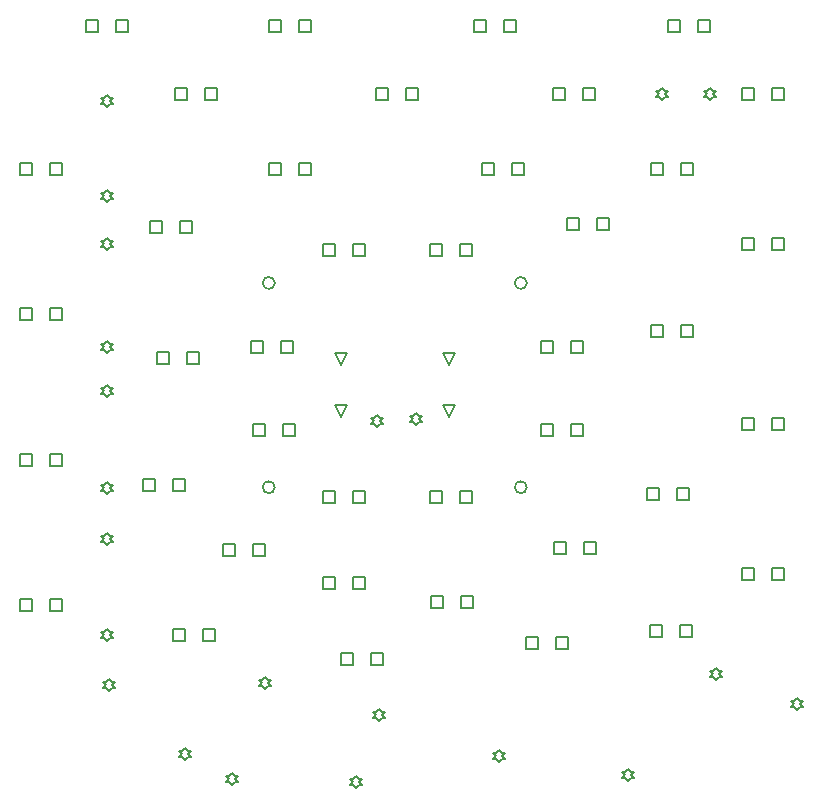
<source format=gbr>
%TF.GenerationSoftware,Altium Limited,Altium Designer,19.0.10 (269)*%
G04 Layer_Color=2752767*
%FSLAX26Y26*%
%MOIN*%
%TF.FileFunction,Drawing*%
%TF.Part,Single*%
G01*
G75*
%TA.AperFunction,NonConductor*%
%ADD46C,0.005000*%
%ADD47C,0.006667*%
D46*
X1137598Y1810000D02*
Y1850000D01*
X1177598D01*
Y1810000D01*
X1137598D01*
X1237598D02*
Y1850000D01*
X1277598D01*
Y1810000D01*
X1237598D01*
X1198425Y1270354D02*
X1178425Y1310354D01*
X1218425D01*
X1198425Y1270354D01*
X1557480D02*
X1537480Y1310354D01*
X1577480D01*
X1557480Y1270354D01*
X1198425Y1445551D02*
X1178425Y1485551D01*
X1218425D01*
X1198425Y1445551D01*
X1557480D02*
X1537480Y1485551D01*
X1577480D01*
X1557480Y1445551D01*
X2290000Y2555000D02*
Y2595000D01*
X2330000D01*
Y2555000D01*
X2290000D01*
X2390000D02*
Y2595000D01*
X2430000D01*
Y2555000D01*
X2390000D01*
X1643333D02*
Y2595000D01*
X1683333D01*
Y2555000D01*
X1643333D01*
X1743333D02*
Y2595000D01*
X1783333D01*
Y2555000D01*
X1743333D01*
X960000D02*
Y2595000D01*
X1000000D01*
Y2555000D01*
X960000D01*
X1060000D02*
Y2595000D01*
X1100000D01*
Y2555000D01*
X1060000D01*
X1865000Y1485000D02*
Y1525000D01*
X1905000D01*
Y1485000D01*
X1865000D01*
X1965000D02*
Y1525000D01*
X2005000D01*
Y1485000D01*
X1965000D01*
X1865000Y1210000D02*
Y1250000D01*
X1905000D01*
Y1210000D01*
X1865000D01*
X1965000D02*
Y1250000D01*
X2005000D01*
Y1210000D01*
X1965000D01*
X1137598Y700000D02*
Y740000D01*
X1177598D01*
Y700000D01*
X1137598D01*
X1237598D02*
Y740000D01*
X1277598D01*
Y700000D01*
X1237598D01*
X1200000Y445000D02*
Y485000D01*
X1240000D01*
Y445000D01*
X1200000D01*
X1300000D02*
Y485000D01*
X1340000D01*
Y445000D01*
X1300000D01*
X905000Y1210000D02*
Y1250000D01*
X945000D01*
Y1210000D01*
X905000D01*
X1005000D02*
Y1250000D01*
X1045000D01*
Y1210000D01*
X1005000D01*
X900000Y1485000D02*
Y1525000D01*
X940000D01*
Y1485000D01*
X900000D01*
X1000000D02*
Y1525000D01*
X1040000D01*
Y1485000D01*
X1000000D01*
X745000Y2330000D02*
Y2370000D01*
X785000D01*
Y2330000D01*
X745000D01*
X645000D02*
Y2370000D01*
X685000D01*
Y2330000D01*
X645000D01*
X450000Y2555000D02*
Y2595000D01*
X490000D01*
Y2555000D01*
X450000D01*
X350000D02*
Y2595000D01*
X390000D01*
Y2555000D01*
X350000D01*
X2005000Y2330000D02*
Y2370000D01*
X2045000D01*
Y2330000D01*
X2005000D01*
X1905000D02*
Y2370000D01*
X1945000D01*
Y2330000D01*
X1905000D01*
X2635000D02*
Y2370000D01*
X2675000D01*
Y2330000D01*
X2635000D01*
X2535000D02*
Y2370000D01*
X2575000D01*
Y2330000D01*
X2535000D01*
X1415000D02*
Y2370000D01*
X1455000D01*
Y2330000D01*
X1415000D01*
X1315000D02*
Y2370000D01*
X1355000D01*
Y2330000D01*
X1315000D01*
X2051667Y1895000D02*
Y1935000D01*
X2091667D01*
Y1895000D01*
X2051667D01*
X1951667D02*
Y1935000D01*
X1991667D01*
Y1895000D01*
X1951667D01*
X1595000Y1810000D02*
Y1850000D01*
X1635000D01*
Y1810000D01*
X1595000D01*
X1495000D02*
Y1850000D01*
X1535000D01*
Y1810000D01*
X1495000D01*
X660833Y1885000D02*
Y1925000D01*
X700833D01*
Y1885000D01*
X660833D01*
X560833D02*
Y1925000D01*
X600833D01*
Y1885000D01*
X560833D01*
X2333333Y2080000D02*
Y2120000D01*
X2373333D01*
Y2080000D01*
X2333333D01*
X2233333D02*
Y2120000D01*
X2273333D01*
Y2080000D01*
X2233333D01*
X1770000D02*
Y2120000D01*
X1810000D01*
Y2080000D01*
X1770000D01*
X1670000D02*
Y2120000D01*
X1710000D01*
Y2080000D01*
X1670000D01*
X1060000D02*
Y2120000D01*
X1100000D01*
Y2080000D01*
X1060000D01*
X960000D02*
Y2120000D01*
X1000000D01*
Y2080000D01*
X960000D01*
X230000D02*
Y2120000D01*
X270000D01*
Y2080000D01*
X230000D01*
X130000D02*
Y2120000D01*
X170000D01*
Y2080000D01*
X130000D01*
X2333333Y1537500D02*
Y1577500D01*
X2373333D01*
Y1537500D01*
X2333333D01*
X2233333D02*
Y1577500D01*
X2273333D01*
Y1537500D01*
X2233333D01*
X685000Y1450000D02*
Y1490000D01*
X725000D01*
Y1450000D01*
X685000D01*
X585000D02*
Y1490000D01*
X625000D01*
Y1450000D01*
X585000D01*
X2635000Y1830000D02*
Y1870000D01*
X2675000D01*
Y1830000D01*
X2635000D01*
X2535000D02*
Y1870000D01*
X2575000D01*
Y1830000D01*
X2535000D01*
X230000Y1595000D02*
Y1635000D01*
X270000D01*
Y1595000D01*
X230000D01*
X130000D02*
Y1635000D01*
X170000D01*
Y1595000D01*
X130000D01*
X2320000Y995000D02*
Y1035000D01*
X2360000D01*
Y995000D01*
X2320000D01*
X2220000D02*
Y1035000D01*
X2260000D01*
Y995000D01*
X2220000D01*
X2010000Y815000D02*
Y855000D01*
X2050000D01*
Y815000D01*
X2010000D01*
X1910000D02*
Y855000D01*
X1950000D01*
Y815000D01*
X1910000D01*
X905000Y810000D02*
Y850000D01*
X945000D01*
Y810000D01*
X905000D01*
X805000D02*
Y850000D01*
X845000D01*
Y810000D01*
X805000D01*
X640000Y1025000D02*
Y1065000D01*
X680000D01*
Y1025000D01*
X640000D01*
X540000D02*
Y1065000D01*
X580000D01*
Y1025000D01*
X540000D01*
X2635000Y1230000D02*
Y1270000D01*
X2675000D01*
Y1230000D01*
X2635000D01*
X2535000D02*
Y1270000D01*
X2575000D01*
Y1230000D01*
X2535000D01*
X1595000Y985000D02*
Y1025000D01*
X1635000D01*
Y985000D01*
X1595000D01*
X1495000D02*
Y1025000D01*
X1535000D01*
Y985000D01*
X1495000D01*
X1237598D02*
Y1025000D01*
X1277598D01*
Y985000D01*
X1237598D01*
X1137598D02*
Y1025000D01*
X1177598D01*
Y985000D01*
X1137598D01*
X230000Y1110000D02*
Y1150000D01*
X270000D01*
Y1110000D01*
X230000D01*
X130000D02*
Y1150000D01*
X170000D01*
Y1110000D01*
X130000D01*
X2330000Y540000D02*
Y580000D01*
X2370000D01*
Y540000D01*
X2330000D01*
X2230000D02*
Y580000D01*
X2270000D01*
Y540000D01*
X2230000D01*
X1915000Y500000D02*
Y540000D01*
X1955000D01*
Y500000D01*
X1915000D01*
X1815000D02*
Y540000D01*
X1855000D01*
Y500000D01*
X1815000D01*
X740000Y525000D02*
Y565000D01*
X780000D01*
Y525000D01*
X740000D01*
X640000D02*
Y565000D01*
X680000D01*
Y525000D01*
X640000D01*
X2635000Y730000D02*
Y770000D01*
X2675000D01*
Y730000D01*
X2635000D01*
X2535000D02*
Y770000D01*
X2575000D01*
Y730000D01*
X2535000D01*
X1600000Y635000D02*
Y675000D01*
X1640000D01*
Y635000D01*
X1600000D01*
X1500000D02*
Y675000D01*
X1540000D01*
Y635000D01*
X1500000D01*
X230000Y625000D02*
Y665000D01*
X270000D01*
Y625000D01*
X230000D01*
X130000D02*
Y665000D01*
X170000D01*
Y625000D01*
X130000D01*
X1724409Y121732D02*
X1734409Y131732D01*
X1744409D01*
X1734409Y141732D01*
X1744409Y151732D01*
X1734409D01*
X1724409Y161732D01*
X1714409Y151732D01*
X1704409D01*
X1714409Y141732D01*
X1704409Y131732D01*
X1714409D01*
X1724409Y121732D01*
X2450000Y395000D02*
X2460000Y405000D01*
X2470000D01*
X2460000Y415000D01*
X2470000Y425000D01*
X2460000D01*
X2450000Y435000D01*
X2440000Y425000D01*
X2430000D01*
X2440000Y415000D01*
X2430000Y405000D01*
X2440000D01*
X2450000Y395000D01*
X2720000Y295000D02*
X2730000Y305000D01*
X2740000D01*
X2730000Y315000D01*
X2740000Y325000D01*
X2730000D01*
X2720000Y335000D01*
X2710000Y325000D01*
X2700000D01*
X2710000Y315000D01*
X2700000Y305000D01*
X2710000D01*
X2720000Y295000D01*
X1320000Y1240000D02*
X1330000Y1250000D01*
X1340000D01*
X1330000Y1260000D01*
X1340000Y1270000D01*
X1330000D01*
X1320000Y1280000D01*
X1310000Y1270000D01*
X1300000D01*
X1310000Y1260000D01*
X1300000Y1250000D01*
X1310000D01*
X1320000Y1240000D01*
X1450000Y1245000D02*
X1460000Y1255000D01*
X1470000D01*
X1460000Y1265000D01*
X1470000Y1275000D01*
X1460000D01*
X1450000Y1285000D01*
X1440000Y1275000D01*
X1430000D01*
X1440000Y1265000D01*
X1430000Y1255000D01*
X1440000D01*
X1450000Y1245000D01*
X1325000Y260000D02*
X1335000Y270000D01*
X1345000D01*
X1335000Y280000D01*
X1345000Y290000D01*
X1335000D01*
X1325000Y300000D01*
X1315000Y290000D01*
X1305000D01*
X1315000Y280000D01*
X1305000Y270000D01*
X1315000D01*
X1325000Y260000D01*
X945000Y365000D02*
X955000Y375000D01*
X965000D01*
X955000Y385000D01*
X965000Y395000D01*
X955000D01*
X945000Y405000D01*
X935000Y395000D01*
X925000D01*
X935000Y385000D01*
X925000Y375000D01*
X935000D01*
X945000Y365000D01*
X1250000Y35000D02*
X1260000Y45000D01*
X1270000D01*
X1260000Y55000D01*
X1270000Y65000D01*
X1260000D01*
X1250000Y75000D01*
X1240000Y65000D01*
X1230000D01*
X1240000Y55000D01*
X1230000Y45000D01*
X1240000D01*
X1250000Y35000D01*
X835000Y45000D02*
X845000Y55000D01*
X855000D01*
X845000Y65000D01*
X855000Y75000D01*
X845000D01*
X835000Y85000D01*
X825000Y75000D01*
X815000D01*
X825000Y65000D01*
X815000Y55000D01*
X825000D01*
X835000Y45000D01*
X680000Y130000D02*
X690000Y140000D01*
X700000D01*
X690000Y150000D01*
X700000Y160000D01*
X690000D01*
X680000Y170000D01*
X670000Y160000D01*
X660000D01*
X670000Y150000D01*
X660000Y140000D01*
X670000D01*
X680000Y130000D01*
X420000Y2305000D02*
X430000Y2315000D01*
X440000D01*
X430000Y2325000D01*
X440000Y2335000D01*
X430000D01*
X420000Y2345000D01*
X410000Y2335000D01*
X400000D01*
X410000Y2325000D01*
X400000Y2315000D01*
X410000D01*
X420000Y2305000D01*
X2155000Y60000D02*
X2165000Y70000D01*
X2175000D01*
X2165000Y80000D01*
X2175000Y90000D01*
X2165000D01*
X2155000Y100000D01*
X2145000Y90000D01*
X2135000D01*
X2145000Y80000D01*
X2135000Y70000D01*
X2145000D01*
X2155000Y60000D01*
X420000Y1990000D02*
X430000Y2000000D01*
X440000D01*
X430000Y2010000D01*
X440000Y2020000D01*
X430000D01*
X420000Y2030000D01*
X410000Y2020000D01*
X400000D01*
X410000Y2010000D01*
X400000Y2000000D01*
X410000D01*
X420000Y1990000D01*
Y1830000D02*
X430000Y1840000D01*
X440000D01*
X430000Y1850000D01*
X440000Y1860000D01*
X430000D01*
X420000Y1870000D01*
X410000Y1860000D01*
X400000D01*
X410000Y1850000D01*
X400000Y1840000D01*
X410000D01*
X420000Y1830000D01*
Y1485000D02*
X430000Y1495000D01*
X440000D01*
X430000Y1505000D01*
X440000Y1515000D01*
X430000D01*
X420000Y1525000D01*
X410000Y1515000D01*
X400000D01*
X410000Y1505000D01*
X400000Y1495000D01*
X410000D01*
X420000Y1485000D01*
Y1340000D02*
X430000Y1350000D01*
X440000D01*
X430000Y1360000D01*
X440000Y1370000D01*
X430000D01*
X420000Y1380000D01*
X410000Y1370000D01*
X400000D01*
X410000Y1360000D01*
X400000Y1350000D01*
X410000D01*
X420000Y1340000D01*
Y1015000D02*
X430000Y1025000D01*
X440000D01*
X430000Y1035000D01*
X440000Y1045000D01*
X430000D01*
X420000Y1055000D01*
X410000Y1045000D01*
X400000D01*
X410000Y1035000D01*
X400000Y1025000D01*
X410000D01*
X420000Y1015000D01*
Y845000D02*
X430000Y855000D01*
X440000D01*
X430000Y865000D01*
X440000Y875000D01*
X430000D01*
X420000Y885000D01*
X410000Y875000D01*
X400000D01*
X410000Y865000D01*
X400000Y855000D01*
X410000D01*
X420000Y845000D01*
Y525000D02*
X430000Y535000D01*
X440000D01*
X430000Y545000D01*
X440000Y555000D01*
X430000D01*
X420000Y565000D01*
X410000Y555000D01*
X400000D01*
X410000Y545000D01*
X400000Y535000D01*
X410000D01*
X420000Y525000D01*
X425000Y360000D02*
X435000Y370000D01*
X445000D01*
X435000Y380000D01*
X445000Y390000D01*
X435000D01*
X425000Y400000D01*
X415000Y390000D01*
X405000D01*
X415000Y380000D01*
X405000Y370000D01*
X415000D01*
X425000Y360000D01*
X2430000Y2330000D02*
X2440000Y2340000D01*
X2450000D01*
X2440000Y2350000D01*
X2450000Y2360000D01*
X2440000D01*
X2430000Y2370000D01*
X2420000Y2360000D01*
X2410000D01*
X2420000Y2350000D01*
X2410000Y2340000D01*
X2420000D01*
X2430000Y2330000D01*
X2270000D02*
X2280000Y2340000D01*
X2290000D01*
X2280000Y2350000D01*
X2290000Y2360000D01*
X2280000D01*
X2270000Y2370000D01*
X2260000Y2360000D01*
X2250000D01*
X2260000Y2350000D01*
X2250000Y2340000D01*
X2260000D01*
X2270000Y2330000D01*
D47*
X1818032Y1037402D02*
G03*
X1818032Y1037402I-20000J0D01*
G01*
X977874D02*
G03*
X977874Y1037402I-20000J0D01*
G01*
Y1718504D02*
G03*
X977874Y1718504I-20000J0D01*
G01*
X1818032D02*
G03*
X1818032Y1718504I-20000J0D01*
G01*
%TF.MD5,56291f354eaf98fdea12ccae934a218b*%
M02*

</source>
